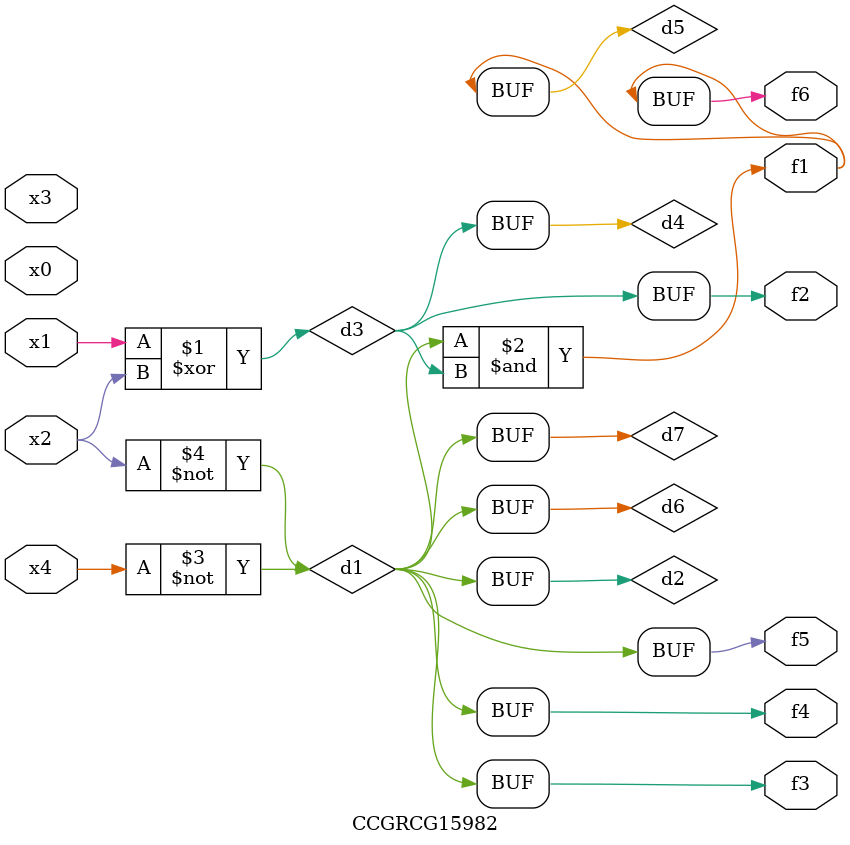
<source format=v>
module CCGRCG15982(
	input x0, x1, x2, x3, x4,
	output f1, f2, f3, f4, f5, f6
);

	wire d1, d2, d3, d4, d5, d6, d7;

	not (d1, x4);
	not (d2, x2);
	xor (d3, x1, x2);
	buf (d4, d3);
	and (d5, d1, d3);
	buf (d6, d1, d2);
	buf (d7, d2);
	assign f1 = d5;
	assign f2 = d4;
	assign f3 = d7;
	assign f4 = d7;
	assign f5 = d7;
	assign f6 = d5;
endmodule

</source>
